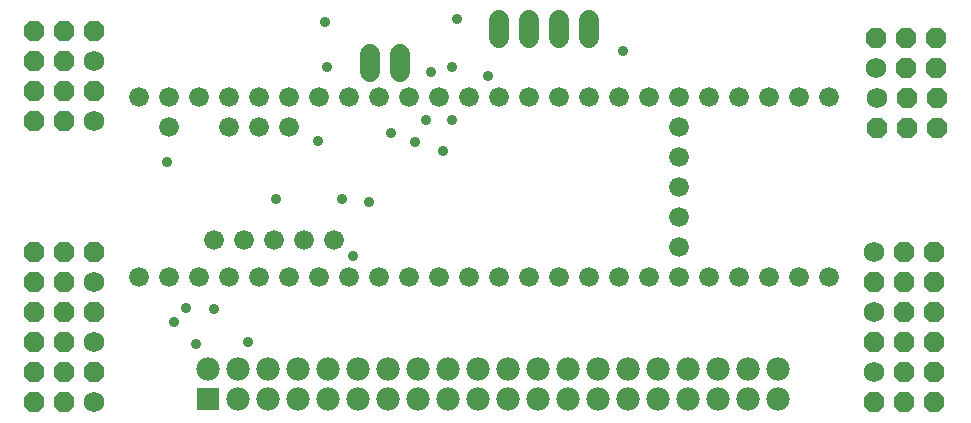
<source format=gbs>
G75*
%MOIN*%
%OFA0B0*%
%FSLAX25Y25*%
%IPPOS*%
%LPD*%
%AMOC8*
5,1,8,0,0,1.08239X$1,22.5*
%
%ADD10R,0.07800X0.07800*%
%ADD11C,0.07800*%
%ADD12C,0.06600*%
%ADD13C,0.06800*%
%ADD14OC8,0.06800*%
%ADD15C,0.06737*%
%ADD16C,0.06800*%
%ADD17C,0.03581*%
D10*
X0069619Y0104331D03*
D11*
X0079619Y0104331D03*
X0089619Y0104331D03*
X0099619Y0104331D03*
X0109619Y0104331D03*
X0119619Y0104331D03*
X0129619Y0104331D03*
X0139619Y0104331D03*
X0149619Y0104331D03*
X0159619Y0104331D03*
X0169619Y0104331D03*
X0179619Y0104331D03*
X0189619Y0104331D03*
X0199619Y0104331D03*
X0209619Y0104331D03*
X0219619Y0104331D03*
X0219619Y0114331D03*
X0209619Y0114331D03*
X0199619Y0114331D03*
X0189619Y0114331D03*
X0179619Y0114331D03*
X0169619Y0114331D03*
X0159619Y0114331D03*
X0149619Y0114331D03*
X0139619Y0114331D03*
X0129619Y0114331D03*
X0119619Y0114331D03*
X0109619Y0114331D03*
X0099619Y0114331D03*
X0089619Y0114331D03*
X0079619Y0114331D03*
X0069619Y0114331D03*
X0229619Y0114331D03*
X0239619Y0114331D03*
X0249619Y0114331D03*
X0259619Y0114331D03*
X0259619Y0104331D03*
X0249619Y0104331D03*
X0239619Y0104331D03*
X0229619Y0104331D03*
D12*
X0226667Y0145000D03*
X0236667Y0145000D03*
X0246667Y0145000D03*
X0256667Y0145000D03*
X0266667Y0145000D03*
X0276667Y0145000D03*
X0226667Y0155000D03*
X0226667Y0165000D03*
X0226667Y0175000D03*
X0226667Y0185000D03*
X0226667Y0195000D03*
X0226667Y0205000D03*
X0236667Y0205000D03*
X0246667Y0205000D03*
X0256667Y0205000D03*
X0266667Y0205000D03*
X0276667Y0205000D03*
X0216667Y0205000D03*
X0206667Y0205000D03*
X0196667Y0205000D03*
X0186667Y0205000D03*
X0176667Y0205000D03*
X0166667Y0205000D03*
X0156667Y0205000D03*
X0146667Y0205000D03*
X0136667Y0205000D03*
X0126667Y0205000D03*
X0116667Y0205000D03*
X0106667Y0205000D03*
X0096667Y0205000D03*
X0086667Y0205000D03*
X0076667Y0205000D03*
X0066667Y0205000D03*
X0056667Y0205000D03*
X0046667Y0205000D03*
X0056667Y0195000D03*
X0076667Y0195000D03*
X0086667Y0195000D03*
X0096667Y0195000D03*
X0101667Y0157500D03*
X0091667Y0157500D03*
X0081667Y0157500D03*
X0071667Y0157500D03*
X0076667Y0145000D03*
X0086667Y0145000D03*
X0096667Y0145000D03*
X0106667Y0145000D03*
X0116667Y0145000D03*
X0126667Y0145000D03*
X0136667Y0145000D03*
X0146667Y0145000D03*
X0156667Y0145000D03*
X0166667Y0145000D03*
X0176667Y0145000D03*
X0186667Y0145000D03*
X0196667Y0145000D03*
X0206667Y0145000D03*
X0216667Y0145000D03*
X0111667Y0157500D03*
X0066667Y0145000D03*
X0056667Y0145000D03*
X0046667Y0145000D03*
D13*
X0031667Y0143500D03*
X0031667Y0123500D03*
X0031667Y0103500D03*
X0031767Y0197000D03*
X0031767Y0217000D03*
X0291667Y0153600D03*
X0291667Y0133500D03*
X0291667Y0113500D03*
X0292567Y0204700D03*
X0292367Y0214700D03*
D14*
X0011667Y0103500D03*
X0021667Y0103500D03*
X0021667Y0113500D03*
X0031667Y0113500D03*
X0021667Y0123500D03*
X0011667Y0123500D03*
X0011667Y0113500D03*
X0011667Y0133500D03*
X0021667Y0133500D03*
X0031667Y0133500D03*
X0021667Y0143500D03*
X0011667Y0143500D03*
X0011667Y0153500D03*
X0021667Y0153500D03*
X0031667Y0153500D03*
X0021767Y0197000D03*
X0011767Y0197000D03*
X0011767Y0207000D03*
X0021767Y0207000D03*
X0031767Y0207000D03*
X0021767Y0217000D03*
X0011767Y0217000D03*
X0011767Y0227000D03*
X0021767Y0227000D03*
X0031767Y0227000D03*
X0291667Y0143600D03*
X0301667Y0143600D03*
X0311667Y0143600D03*
X0311667Y0153600D03*
X0301667Y0153600D03*
X0301667Y0133500D03*
X0311667Y0133500D03*
X0311667Y0123500D03*
X0311667Y0113500D03*
X0311667Y0103500D03*
X0301667Y0103500D03*
X0291667Y0103500D03*
X0301667Y0113500D03*
X0301667Y0123500D03*
X0291667Y0123500D03*
X0292567Y0194700D03*
X0302567Y0194700D03*
X0312567Y0194700D03*
X0312567Y0204700D03*
X0302567Y0204700D03*
X0302367Y0214700D03*
X0312367Y0214700D03*
X0312367Y0224700D03*
X0302367Y0224700D03*
X0292367Y0224700D03*
D15*
X0133667Y0219469D02*
X0133667Y0213531D01*
X0123667Y0213531D02*
X0123667Y0219469D01*
D16*
X0166767Y0224900D02*
X0166767Y0230900D01*
X0176767Y0230900D02*
X0176767Y0224900D01*
X0186767Y0224900D02*
X0186767Y0230900D01*
X0196767Y0230900D02*
X0196767Y0224900D01*
D17*
X0207967Y0220500D03*
X0162867Y0212100D03*
X0150967Y0215200D03*
X0144067Y0213500D03*
X0142167Y0197400D03*
X0138567Y0190100D03*
X0130767Y0193100D03*
X0147867Y0187100D03*
X0150867Y0197500D03*
X0123367Y0170000D03*
X0114263Y0171200D03*
X0092167Y0171200D03*
X0106267Y0190300D03*
X0109167Y0215200D03*
X0108667Y0230200D03*
X0152767Y0231000D03*
X0056067Y0183400D03*
X0118067Y0152200D03*
X0082867Y0123500D03*
X0071767Y0134500D03*
X0062167Y0134700D03*
X0058267Y0130100D03*
X0065667Y0122700D03*
M02*

</source>
